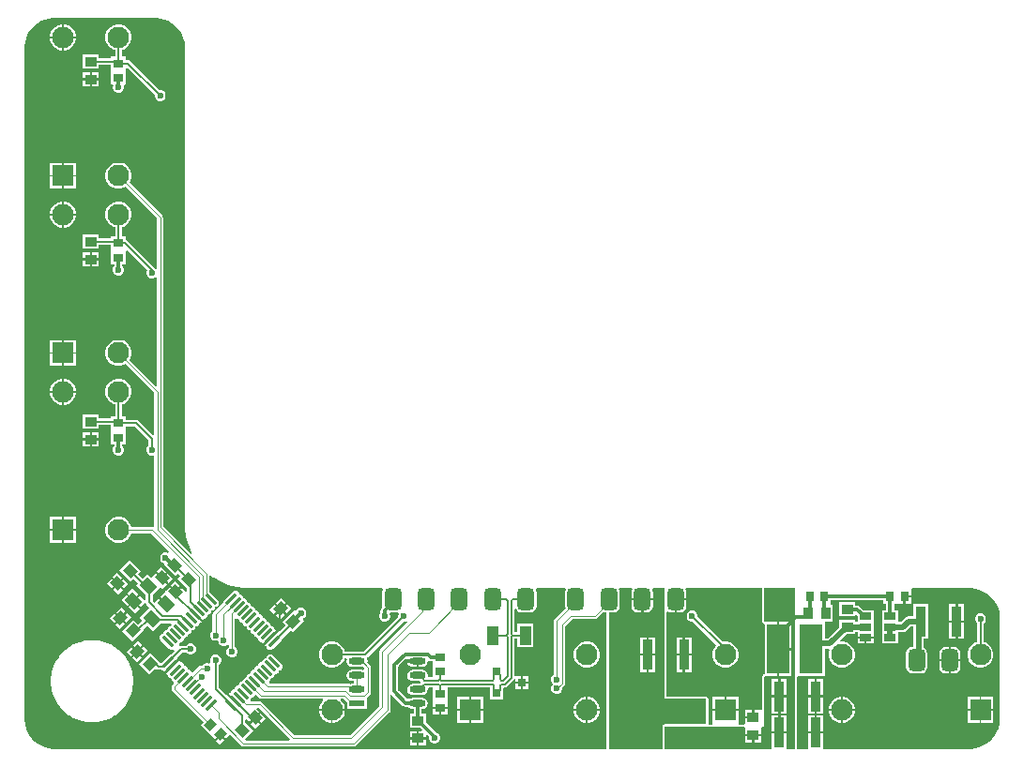
<source format=gbl>
G04*
G04 #@! TF.GenerationSoftware,Altium Limited,Altium Designer,23.3.1 (30)*
G04*
G04 Layer_Physical_Order=2*
G04 Layer_Color=16711680*
%FSLAX44Y44*%
%MOMM*%
G71*
G04*
G04 #@! TF.SameCoordinates,4661E280-467E-44DE-AC99-BDCEDC59311E*
G04*
G04*
G04 #@! TF.FilePolarity,Positive*
G04*
G01*
G75*
%ADD11C,0.2000*%
%ADD13R,0.8000X0.9500*%
%ADD14R,0.9500X0.8000*%
%ADD15R,1.0500X0.9000*%
%ADD19R,0.9000X1.0500*%
%ADD26C,0.3000*%
%ADD27C,0.1250*%
%ADD28C,1.9500*%
%ADD29R,1.9500X1.9500*%
%ADD30R,1.9500X1.9500*%
%ADD31C,0.6000*%
%ADD32R,0.7620X0.7620*%
%ADD33R,1.0500X1.7200*%
G04:AMPARAMS|DCode=34|XSize=1.05mm|YSize=0.9mm|CornerRadius=0mm|HoleSize=0mm|Usage=FLASHONLY|Rotation=315.000|XOffset=0mm|YOffset=0mm|HoleType=Round|Shape=Rectangle|*
%AMROTATEDRECTD34*
4,1,4,-0.6894,0.0530,-0.0530,0.6894,0.6894,-0.0530,0.0530,-0.6894,-0.6894,0.0530,0.0*
%
%ADD34ROTATEDRECTD34*%

%ADD35R,0.9542X2.7062*%
%ADD36O,1.4500X0.6000*%
%ADD37R,1.4500X0.6000*%
%ADD38R,2.1500X0.9000*%
%ADD39R,2.1500X3.2500*%
G04:AMPARAMS|DCode=40|XSize=0.29mm|YSize=1.4mm|CornerRadius=0mm|HoleSize=0mm|Usage=FLASHONLY|Rotation=225.000|XOffset=0mm|YOffset=0mm|HoleType=Round|Shape=Round|*
%AMOVALD40*
21,1,1.1100,0.2900,0.0000,0.0000,315.0*
1,1,0.2900,-0.3925,0.3925*
1,1,0.2900,0.3925,-0.3925*
%
%ADD40OVALD40*%

G04:AMPARAMS|DCode=41|XSize=0.29mm|YSize=1.4mm|CornerRadius=0mm|HoleSize=0mm|Usage=FLASHONLY|Rotation=315.000|XOffset=0mm|YOffset=0mm|HoleType=Round|Shape=Round|*
%AMOVALD41*
21,1,1.1100,0.2900,0.0000,0.0000,45.0*
1,1,0.2900,-0.3925,-0.3925*
1,1,0.2900,0.3925,0.3925*
%
%ADD41OVALD41*%

G04:AMPARAMS|DCode=42|XSize=1.5mm|YSize=2mm|CornerRadius=0.375mm|HoleSize=0mm|Usage=FLASHONLY|Rotation=0.000|XOffset=0mm|YOffset=0mm|HoleType=Round|Shape=RoundedRectangle|*
%AMROUNDEDRECTD42*
21,1,1.5000,1.2500,0,0,0.0*
21,1,0.7500,2.0000,0,0,0.0*
1,1,0.7500,0.3750,-0.6250*
1,1,0.7500,-0.3750,-0.6250*
1,1,0.7500,-0.3750,0.6250*
1,1,0.7500,0.3750,0.6250*
%
%ADD42ROUNDEDRECTD42*%
G04:AMPARAMS|DCode=43|XSize=1.05mm|YSize=1.3mm|CornerRadius=0mm|HoleSize=0mm|Usage=FLASHONLY|Rotation=225.000|XOffset=0mm|YOffset=0mm|HoleType=Round|Shape=Rectangle|*
%AMROTATEDRECTD43*
4,1,4,-0.0884,0.8309,0.8309,-0.0884,0.0884,-0.8309,-0.8309,0.0884,-0.0884,0.8309,0.0*
%
%ADD43ROTATEDRECTD43*%

G04:AMPARAMS|DCode=44|XSize=0.95mm|YSize=0.8mm|CornerRadius=0mm|HoleSize=0mm|Usage=FLASHONLY|Rotation=45.000|XOffset=0mm|YOffset=0mm|HoleType=Round|Shape=Rectangle|*
%AMROTATEDRECTD44*
4,1,4,-0.0530,-0.6187,-0.6187,-0.0530,0.0530,0.6187,0.6187,0.0530,-0.0530,-0.6187,0.0*
%
%ADD44ROTATEDRECTD44*%

%ADD45R,2.0000X4.5000*%
%ADD46R,1.0000X0.7000*%
G04:AMPARAMS|DCode=47|XSize=1.05mm|YSize=0.9mm|CornerRadius=0mm|HoleSize=0mm|Usage=FLASHONLY|Rotation=225.000|XOffset=0mm|YOffset=0mm|HoleType=Round|Shape=Rectangle|*
%AMROTATEDRECTD47*
4,1,4,0.0530,0.6894,0.6894,0.0530,-0.0530,-0.6894,-0.6894,-0.0530,0.0530,0.6894,0.0*
%
%ADD47ROTATEDRECTD47*%

%ADD48C,0.5000*%
G36*
X120063Y662515D02*
X121863D01*
X125430Y662045D01*
X128906Y661114D01*
X132231Y659736D01*
X135347Y657937D01*
X138202Y655747D01*
X140747Y653202D01*
X142937Y650347D01*
X144736Y647231D01*
X146114Y643906D01*
X147045Y640430D01*
X147515Y636863D01*
X147515Y635064D01*
Y205063D01*
X147523Y205022D01*
X147516Y204980D01*
X147634Y201383D01*
X147662Y201260D01*
X147654Y201134D01*
X148593Y194001D01*
X148647Y193842D01*
X148658Y193674D01*
X150520Y186725D01*
X150595Y186574D01*
X150627Y186409D01*
X153381Y179762D01*
X153474Y179622D01*
X153528Y179463D01*
X152563Y178722D01*
X127676Y203609D01*
Y482500D01*
X127676Y482500D01*
X127473Y483524D01*
X126892Y484393D01*
X126892Y484393D01*
X97487Y513798D01*
X98449Y515465D01*
X99250Y518453D01*
Y521547D01*
X98449Y524535D01*
X96902Y527215D01*
X94715Y529402D01*
X92035Y530949D01*
X89047Y531750D01*
X85953D01*
X82965Y530949D01*
X80285Y529402D01*
X78098Y527215D01*
X76551Y524535D01*
X75750Y521547D01*
Y518453D01*
X76551Y515465D01*
X78098Y512785D01*
X80285Y510598D01*
X82965Y509051D01*
X85953Y508250D01*
X89047D01*
X92035Y509051D01*
X93702Y510013D01*
X122324Y481391D01*
Y436544D01*
X121054Y436017D01*
X120332Y436739D01*
X119914Y436912D01*
X95663Y461163D01*
X94670Y461826D01*
X94250Y461910D01*
Y465000D01*
X90559D01*
Y473655D01*
X92035Y474051D01*
X94715Y475598D01*
X96902Y477785D01*
X98449Y480465D01*
X99250Y483453D01*
Y486547D01*
X98449Y489535D01*
X96902Y492215D01*
X94715Y494402D01*
X92035Y495949D01*
X89047Y496750D01*
X85953D01*
X82965Y495949D01*
X80285Y494402D01*
X78098Y492215D01*
X76551Y489535D01*
X75750Y486547D01*
Y483453D01*
X76551Y480465D01*
X78098Y477785D01*
X80285Y475598D01*
X82965Y474051D01*
X84441Y473655D01*
Y465000D01*
X80750D01*
Y463559D01*
X69750D01*
Y467000D01*
X55250D01*
Y454000D01*
X69750D01*
Y457441D01*
X80750D01*
Y453270D01*
X80750Y453000D01*
Y452000D01*
X80750Y451730D01*
Y440000D01*
X83931D01*
Y438503D01*
X83261Y437832D01*
X82500Y435995D01*
Y434005D01*
X83261Y432168D01*
X84668Y430761D01*
X86505Y430000D01*
X88495D01*
X90332Y430761D01*
X91739Y432168D01*
X92500Y434005D01*
Y435995D01*
X91739Y437832D01*
X91069Y438503D01*
Y440000D01*
X94250D01*
Y451730D01*
X94250Y452128D01*
X95520Y452654D01*
X113138Y435036D01*
X112500Y433495D01*
Y431505D01*
X113261Y429668D01*
X114668Y428261D01*
X116505Y427500D01*
X118495D01*
X120332Y428261D01*
X121054Y428983D01*
X122324Y428456D01*
Y330621D01*
X121150Y330135D01*
X97487Y353798D01*
X98449Y355465D01*
X99250Y358453D01*
Y361547D01*
X98449Y364535D01*
X96902Y367215D01*
X94715Y369402D01*
X92035Y370949D01*
X89047Y371750D01*
X85953D01*
X82965Y370949D01*
X80285Y369402D01*
X78098Y367215D01*
X76551Y364535D01*
X75750Y361547D01*
Y358453D01*
X76551Y355465D01*
X78098Y352785D01*
X80285Y350598D01*
X82965Y349051D01*
X85953Y348250D01*
X89047D01*
X92035Y349051D01*
X93702Y350013D01*
X119824Y323891D01*
Y286298D01*
X118554Y285772D01*
X105663Y298663D01*
X104670Y299326D01*
X103500Y299559D01*
X103500Y299559D01*
X94250D01*
Y302500D01*
X90559D01*
Y313655D01*
X92035Y314051D01*
X94715Y315598D01*
X96902Y317785D01*
X98449Y320465D01*
X99250Y323453D01*
Y326547D01*
X98449Y329535D01*
X96902Y332215D01*
X94715Y334402D01*
X92035Y335949D01*
X89047Y336750D01*
X85953D01*
X82965Y335949D01*
X80285Y334402D01*
X78098Y332215D01*
X76551Y329535D01*
X75750Y326547D01*
Y323453D01*
X76551Y320465D01*
X78098Y317785D01*
X80285Y315598D01*
X82965Y314051D01*
X84441Y313655D01*
Y302500D01*
X80750D01*
Y301059D01*
X69750D01*
Y304500D01*
X55250D01*
Y291500D01*
X69750D01*
Y294941D01*
X80750D01*
Y290770D01*
X80750Y290500D01*
Y289500D01*
X80750Y289230D01*
Y277500D01*
X83931D01*
Y276003D01*
X83261Y275332D01*
X82500Y273495D01*
Y271505D01*
X83261Y269668D01*
X84668Y268261D01*
X86505Y267500D01*
X88495D01*
X90332Y268261D01*
X91739Y269668D01*
X92500Y271505D01*
Y273495D01*
X91739Y275332D01*
X91069Y276003D01*
Y277500D01*
X94250D01*
Y289230D01*
X94250Y289500D01*
Y290500D01*
X94250Y290770D01*
Y293441D01*
X102233D01*
X114441Y281233D01*
Y276512D01*
X113261Y275332D01*
X112500Y273495D01*
Y271505D01*
X113261Y269668D01*
X114668Y268261D01*
X116505Y267500D01*
X118495D01*
X118768Y267613D01*
X119824Y266908D01*
Y203132D01*
X118554Y202453D01*
X118524Y202473D01*
X117500Y202677D01*
X117500Y202676D01*
X98947D01*
X98449Y204535D01*
X96902Y207215D01*
X94715Y209402D01*
X92035Y210949D01*
X89047Y211750D01*
X85953D01*
X82965Y210949D01*
X80285Y209402D01*
X78098Y207215D01*
X76551Y204535D01*
X75750Y201547D01*
Y198453D01*
X76551Y195465D01*
X78098Y192785D01*
X80285Y190598D01*
X82965Y189051D01*
X85953Y188250D01*
X89047D01*
X92035Y189051D01*
X94715Y190598D01*
X96902Y192785D01*
X98449Y195465D01*
X98947Y197324D01*
X116391D01*
X133292Y180423D01*
X132572Y179346D01*
X130995Y180000D01*
X129005D01*
X127168Y179239D01*
X125761Y177832D01*
X125000Y175995D01*
Y174005D01*
X125761Y172168D01*
X127168Y170761D01*
X128260Y170309D01*
X128574Y168827D01*
X128434Y168687D01*
X138687Y158434D01*
X141120Y160867D01*
X143367Y158621D01*
X140934Y156187D01*
X149441Y147680D01*
Y145233D01*
X148171Y144707D01*
X144646Y148232D01*
X140050Y143636D01*
X139343Y144343D01*
X138636Y143636D01*
X133510Y148763D01*
X130078Y145331D01*
X129620Y144874D01*
X129240Y143761D01*
X125278Y139799D01*
X131289Y133789D01*
X129874Y132374D01*
X123864Y138385D01*
X119902Y134423D01*
X118261Y136065D01*
Y141267D01*
X124846Y147852D01*
X125455Y148461D01*
X126522Y147972D01*
X127374Y147120D01*
X131263Y151010D01*
X126136Y156136D01*
X121010Y161263D01*
X117730Y157983D01*
X117120Y157374D01*
X116053Y157863D01*
X113434Y160482D01*
X109296Y156344D01*
X105446Y160193D01*
X107879Y162626D01*
X97626Y172880D01*
X88434Y163687D01*
X98687Y153434D01*
X101121Y155867D01*
X104970Y152018D01*
X103181Y150229D01*
X112143Y141267D01*
Y137269D01*
X110970Y136783D01*
X107070Y140683D01*
X102651Y136264D01*
X107954Y130960D01*
X111005Y134011D01*
X112375Y133628D01*
X112393Y133603D01*
X113039Y132635D01*
X115577Y130098D01*
X106363Y120884D01*
X108961Y118286D01*
X105464Y114789D01*
X101187Y119066D01*
X90934Y108813D01*
X100126Y99621D01*
X110379Y109874D01*
X109789Y110464D01*
X113286Y113961D01*
X118384Y108863D01*
X125578Y116057D01*
X134598D01*
X135251Y114865D01*
X134825Y113658D01*
X133717Y113438D01*
X132576Y112675D01*
X131814Y111534D01*
X131546Y110188D01*
X131528Y110170D01*
X130182Y109902D01*
X129040Y109140D01*
X128278Y107999D01*
X128010Y106652D01*
X127992Y106634D01*
X126646Y106367D01*
X125505Y105604D01*
X124742Y104463D01*
X124475Y103117D01*
X124742Y101771D01*
X125505Y100630D01*
X133354Y92781D01*
X134495Y92018D01*
X135841Y91750D01*
X136960Y91973D01*
X137506Y91350D01*
X137709Y90926D01*
X134832Y88049D01*
X134495Y87982D01*
X133354Y87219D01*
X126147Y80013D01*
X125240D01*
X116187Y89066D01*
X105934Y78813D01*
X115126Y69620D01*
X120041Y74535D01*
X121187Y74791D01*
X122179Y74128D01*
X123350Y73895D01*
X126254D01*
X126646Y73633D01*
X127992Y73366D01*
X128010Y73348D01*
X128278Y72002D01*
X128474Y71708D01*
X134745Y77979D01*
X141223Y84458D01*
X141019Y85584D01*
X144876Y89441D01*
X148488D01*
X149668Y88261D01*
X151505Y87500D01*
X153495D01*
X155332Y88261D01*
X156739Y89668D01*
X157500Y91505D01*
Y93495D01*
X156739Y95332D01*
X155332Y96739D01*
X153495Y97500D01*
X151505D01*
X149668Y96739D01*
X148488Y95559D01*
X143609D01*
X143609Y95559D01*
X142640Y95366D01*
X142158Y95956D01*
X142115Y96031D01*
X141935Y96422D01*
X142626Y97457D01*
X142894Y98803D01*
X142912Y98821D01*
X144258Y99089D01*
X145400Y99852D01*
X146162Y100993D01*
X146430Y102339D01*
X146448Y102357D01*
X147794Y102625D01*
X148935Y103387D01*
X149698Y104528D01*
X149965Y105875D01*
X149983Y105892D01*
X151329Y106160D01*
X152471Y106923D01*
X153233Y108064D01*
X153501Y109410D01*
X153519Y109428D01*
X154865Y109696D01*
X156006Y110458D01*
X156769Y111600D01*
X157036Y112946D01*
X157054Y112964D01*
X158400Y113231D01*
X159542Y113994D01*
X160304Y115135D01*
X160572Y116481D01*
X160590Y116499D01*
X161936Y116767D01*
X162229Y116963D01*
X155958Y123234D01*
X157373Y124648D01*
X163644Y118377D01*
X163840Y118671D01*
X164107Y120017D01*
X164125Y120035D01*
X165472Y120302D01*
X166613Y121065D01*
X167375Y122206D01*
X167643Y123552D01*
X167661Y123570D01*
X169007Y123838D01*
X170148Y124600D01*
X170911Y125742D01*
X171179Y127088D01*
X171197Y127106D01*
X172543Y127374D01*
X173684Y128136D01*
X174446Y129277D01*
X174714Y130623D01*
X174732Y130641D01*
X176078Y130909D01*
X177219Y131671D01*
X177982Y132813D01*
X178250Y134159D01*
X177982Y135505D01*
X177219Y136646D01*
X169560Y144306D01*
Y158481D01*
X170699Y159042D01*
X172955Y157310D01*
X173106Y157236D01*
X173233Y157125D01*
X179463Y153528D01*
X179622Y153474D01*
X179762Y153381D01*
X186409Y150627D01*
X186574Y150595D01*
X186725Y150520D01*
X193674Y148658D01*
X193842Y148647D01*
X194001Y148593D01*
X201134Y147654D01*
X201260Y147662D01*
X201383Y147634D01*
X204980Y147516D01*
X205022Y147523D01*
X205063Y147515D01*
X325503D01*
X326102Y146395D01*
X325834Y145993D01*
X325387Y143750D01*
Y131250D01*
X325543Y130468D01*
X324841Y129766D01*
X324067Y128608D01*
X323795Y127243D01*
Y125866D01*
X323261Y125332D01*
X322500Y123495D01*
Y121505D01*
X323261Y119668D01*
X324668Y118261D01*
X326505Y117500D01*
X328495D01*
X330332Y118261D01*
X331739Y119668D01*
X332500Y121505D01*
Y123495D01*
X332242Y124117D01*
X333091Y125387D01*
X338750D01*
X339469Y125530D01*
X340382Y124417D01*
X340000Y123495D01*
Y121826D01*
X308733Y90559D01*
X291345D01*
X290949Y92035D01*
X289402Y94715D01*
X287215Y96902D01*
X284535Y98449D01*
X281547Y99250D01*
X278453D01*
X275465Y98449D01*
X272785Y96902D01*
X270598Y94715D01*
X269051Y92035D01*
X268250Y89047D01*
Y85953D01*
X269051Y82965D01*
X270598Y80285D01*
X272785Y78098D01*
X275465Y76551D01*
X278453Y75750D01*
X281547D01*
X284535Y76551D01*
X287215Y78098D01*
X289402Y80285D01*
X290949Y82965D01*
X291345Y84441D01*
X293007D01*
X293724Y83171D01*
X293402Y81550D01*
X293790Y79599D01*
X294895Y77945D01*
X296549Y76840D01*
X298500Y76452D01*
X307000D01*
X308095Y76670D01*
X309487Y75278D01*
X309404Y74599D01*
X308083Y73732D01*
X307000Y73948D01*
X298500D01*
X296549Y73560D01*
X294895Y72455D01*
X293790Y70801D01*
X293402Y68850D01*
X293790Y66899D01*
X294895Y65245D01*
X296549Y64140D01*
X298500Y63752D01*
X300074D01*
Y61248D01*
X298500D01*
X296667Y60883D01*
X296017Y61318D01*
X294993Y61522D01*
X294993Y61522D01*
X223889D01*
X223440Y62104D01*
X223718Y63675D01*
X223888Y63789D01*
X224651Y64931D01*
X224919Y66276D01*
X224937Y66294D01*
X226283Y66562D01*
X227424Y67325D01*
X228186Y68466D01*
X228454Y69812D01*
X228472Y69830D01*
X229818Y70098D01*
X230959Y70860D01*
X231722Y72002D01*
X231990Y73348D01*
X232008Y73366D01*
X233354Y73633D01*
X234495Y74396D01*
X235257Y75537D01*
X235525Y76883D01*
X235257Y78229D01*
X234495Y79370D01*
X226646Y87219D01*
X225505Y87982D01*
X224159Y88250D01*
X222813Y87982D01*
X221672Y87219D01*
X220909Y86078D01*
X220641Y84732D01*
X220623Y84714D01*
X219277Y84446D01*
X218136Y83684D01*
X217374Y82543D01*
X217106Y81197D01*
X217088Y81179D01*
X215742Y80911D01*
X214601Y80148D01*
X213838Y79007D01*
X213570Y77661D01*
X213552Y77643D01*
X212206Y77375D01*
X211065Y76613D01*
X210302Y75472D01*
X210035Y74125D01*
X210017Y74107D01*
X208671Y73840D01*
X207529Y73077D01*
X206767Y71936D01*
X206499Y70590D01*
X206481Y70572D01*
X205135Y70304D01*
X203994Y69542D01*
X203231Y68401D01*
X202964Y67054D01*
X202946Y67036D01*
X201600Y66769D01*
X200458Y66006D01*
X199696Y64865D01*
X199428Y63519D01*
X199410Y63501D01*
X198064Y63233D01*
X196923Y62471D01*
X196160Y61329D01*
X195893Y59983D01*
X195875Y59965D01*
X194528Y59698D01*
X193387Y58935D01*
X192625Y57794D01*
X192357Y56448D01*
X192339Y56430D01*
X190993Y56162D01*
X189852Y55400D01*
X189089Y54258D01*
X188821Y52912D01*
X188803Y52894D01*
X187457Y52627D01*
X187164Y52431D01*
X193435Y46159D01*
X192021Y44745D01*
X185543Y51223D01*
X184416Y51019D01*
X178059Y57376D01*
Y78488D01*
X179239Y79668D01*
X180000Y81505D01*
Y83495D01*
X179239Y85332D01*
X177832Y86739D01*
X175995Y87500D01*
X174005D01*
X172168Y86739D01*
X170761Y85332D01*
X170000Y83495D01*
Y81505D01*
X170377Y80595D01*
X169405Y79623D01*
X168495Y80000D01*
X166505D01*
X164668Y79239D01*
X163261Y77832D01*
X163197Y77676D01*
X161465D01*
X160440Y77473D01*
X159572Y76892D01*
X159572Y76892D01*
X154460Y71781D01*
X153067Y72184D01*
X152471Y73077D01*
X151329Y73840D01*
X149983Y74107D01*
X149965Y74125D01*
X149698Y75472D01*
X148935Y76613D01*
X147794Y77375D01*
X146448Y77643D01*
X146430Y77661D01*
X146162Y79007D01*
X145400Y80148D01*
X144258Y80911D01*
X142912Y81179D01*
X142894Y81197D01*
X142626Y82543D01*
X142430Y82836D01*
X136159Y76565D01*
X129888Y70294D01*
X130182Y70098D01*
X131528Y69830D01*
X131546Y69812D01*
X131814Y68466D01*
X132576Y67325D01*
X133717Y66562D01*
X135063Y66294D01*
X135081Y66276D01*
X135349Y64931D01*
X136112Y63789D01*
X137005Y63193D01*
X137408Y61800D01*
X136547Y60939D01*
X135967Y60070D01*
X135763Y59046D01*
X135763Y59046D01*
Y56561D01*
X135763Y56561D01*
X135967Y55536D01*
X136547Y54668D01*
X164269Y26946D01*
X161388Y24066D01*
X169874Y15581D01*
X170581Y14873D01*
X174116Y11338D01*
X178889Y16111D01*
X179596Y15404D01*
X180303Y16111D01*
X184546Y11868D01*
X188196Y15519D01*
X198107Y5608D01*
X198107Y5608D01*
X198976Y5027D01*
X200000Y4824D01*
X300000D01*
X300000Y4824D01*
X301024Y5027D01*
X301893Y5608D01*
X331893Y35607D01*
X331893Y35608D01*
X332473Y36476D01*
X332676Y37500D01*
Y51163D01*
X333946Y51690D01*
X344135Y41501D01*
X345293Y40727D01*
X346659Y40455D01*
X348987D01*
X349395Y39845D01*
X351049Y38740D01*
X353000Y38352D01*
X353681D01*
Y34500D01*
X350250D01*
Y21500D01*
X359703D01*
X361530Y19673D01*
X361044Y18500D01*
X358500D01*
Y13000D01*
X364750D01*
Y14794D01*
X365923Y15280D01*
X367561Y13642D01*
X367500Y13495D01*
Y11505D01*
X368261Y9668D01*
X369668Y8261D01*
X371505Y7500D01*
X373495D01*
X375332Y8261D01*
X376739Y9668D01*
X377500Y11505D01*
Y13495D01*
X376739Y15332D01*
X375332Y16739D01*
X374010Y17286D01*
X364750Y26547D01*
Y34500D01*
X360819D01*
Y38352D01*
X361500D01*
X363451Y38740D01*
X365105Y39845D01*
X366210Y41499D01*
X366598Y43450D01*
X366210Y45401D01*
X365105Y47055D01*
X363451Y48160D01*
X361500Y48548D01*
X353000D01*
X351049Y48160D01*
X350200Y47593D01*
X348137D01*
X339569Y56161D01*
Y76593D01*
X346665Y83689D01*
X348144Y83372D01*
X348232Y83211D01*
X348101Y82550D01*
X357250D01*
Y81550D01*
X358250D01*
Y76452D01*
X361500D01*
X363451Y76840D01*
X365105Y77945D01*
X366210Y79599D01*
X366598Y81550D01*
X366563Y81726D01*
X367706Y82489D01*
X368134Y82203D01*
X369500Y81931D01*
X370750D01*
Y79500D01*
X370750D01*
Y78500D01*
X370750D01*
Y67184D01*
X367267D01*
X366462Y68165D01*
X366598Y68850D01*
X366210Y70801D01*
X365105Y72455D01*
X363451Y73560D01*
X361500Y73948D01*
X353000D01*
X351049Y73560D01*
X349395Y72455D01*
X348290Y70801D01*
X347902Y68850D01*
X348290Y66899D01*
X349395Y65245D01*
X351049Y64140D01*
X353000Y63752D01*
X359253D01*
X360268Y62675D01*
Y61865D01*
X360103Y61700D01*
X359800Y61248D01*
X353000D01*
X351049Y60860D01*
X349395Y59755D01*
X348290Y58101D01*
X347902Y56150D01*
X348290Y54199D01*
X349395Y52545D01*
X351049Y51440D01*
X353000Y51052D01*
X361500D01*
X363451Y51440D01*
X365105Y52545D01*
X366210Y54199D01*
X366598Y56150D01*
X366462Y56835D01*
X367267Y57816D01*
X370750D01*
Y46770D01*
X370750Y46500D01*
Y45500D01*
X370750Y45230D01*
Y40500D01*
X384250D01*
Y45230D01*
X384250Y45500D01*
Y46500D01*
X384250Y46770D01*
Y57816D01*
X402834D01*
X402834Y57816D01*
X402960Y57841D01*
X422940D01*
Y47190D01*
X434560D01*
Y55514D01*
X434619Y55810D01*
Y57436D01*
X435735Y57841D01*
X436905Y58074D01*
X437897Y58737D01*
X443788Y64627D01*
X443788Y64627D01*
X444451Y65620D01*
X444530Y66017D01*
X445800Y65892D01*
Y63525D01*
X450610D01*
Y68335D01*
X445954D01*
X445800Y68335D01*
X444684Y68706D01*
Y101941D01*
X447350D01*
Y94400D01*
X461850D01*
Y115600D01*
X447350D01*
Y108059D01*
X444684D01*
Y128615D01*
X445213Y128795D01*
X445954Y128827D01*
X447104Y127105D01*
X449007Y125834D01*
X451250Y125387D01*
X458750D01*
X460993Y125834D01*
X462896Y127105D01*
X464166Y129007D01*
X464613Y131250D01*
Y143750D01*
X464166Y145993D01*
X463898Y146395D01*
X464497Y147515D01*
X490503D01*
X491102Y146395D01*
X490834Y145993D01*
X490387Y143750D01*
Y131250D01*
X490732Y129517D01*
X481107Y119893D01*
X480527Y119024D01*
X480324Y118000D01*
X480324Y118000D01*
Y69303D01*
X480168Y69239D01*
X478761Y67832D01*
X478000Y65995D01*
Y64005D01*
X478761Y62168D01*
X479929Y61000D01*
X478761Y59832D01*
X478000Y57994D01*
Y56005D01*
X478761Y54168D01*
X480168Y52761D01*
X482005Y52000D01*
X483995D01*
X485832Y52761D01*
X487239Y54168D01*
X488000Y56005D01*
Y57994D01*
X487935Y58150D01*
X489767Y59983D01*
X490348Y60851D01*
X490551Y61875D01*
X490551Y61875D01*
Y113516D01*
X496859Y119824D01*
X517500D01*
X517500Y119824D01*
X518524Y120027D01*
X519393Y120608D01*
X524517Y125732D01*
X526250Y125387D01*
X527961D01*
X527961Y95000D01*
X527961Y2612D01*
X526691Y2612D01*
X30064Y2612D01*
X28264D01*
X24697Y3082D01*
X21221Y4013D01*
X17896Y5390D01*
X14780Y7190D01*
X11925Y9380D01*
X9380Y11925D01*
X7190Y14780D01*
X5390Y17896D01*
X4013Y21221D01*
X3082Y24697D01*
X2612Y28264D01*
X2612Y30064D01*
X2612Y635064D01*
Y636863D01*
X3082Y640430D01*
X4013Y643906D01*
X5390Y647231D01*
X7190Y650347D01*
X9380Y653202D01*
X11925Y655747D01*
X14780Y657937D01*
X17896Y659736D01*
X21221Y661114D01*
X24697Y662045D01*
X28264Y662515D01*
X30064Y662515D01*
X120063Y662515D01*
D02*
G37*
G36*
X855063Y147515D02*
X856863D01*
X860431Y147045D01*
X863906Y146114D01*
X867231Y144736D01*
X870347Y142937D01*
X873202Y140747D01*
X875747Y138202D01*
X877937Y135347D01*
X879736Y132231D01*
X881114Y128906D01*
X882045Y125430D01*
X882515Y121863D01*
X882515Y120063D01*
X882515Y30064D01*
Y28264D01*
X882045Y24696D01*
X881114Y21221D01*
X879736Y17896D01*
X877937Y14780D01*
X875747Y11925D01*
X873202Y9380D01*
X870347Y7190D01*
X867231Y5390D01*
X863906Y4013D01*
X860431Y3082D01*
X856863Y2612D01*
X855063D01*
X723021D01*
Y16500D01*
X716250D01*
X709479D01*
Y2612D01*
X700809D01*
X699539Y2612D01*
Y67253D01*
X700500Y68000D01*
X700809Y68000D01*
X724500D01*
Y92912D01*
X728090D01*
X728401Y92629D01*
X728945Y91642D01*
X728250Y89047D01*
Y85953D01*
X729051Y82965D01*
X730598Y80285D01*
X732785Y78098D01*
X735465Y76551D01*
X738453Y75750D01*
X741547D01*
X744535Y76551D01*
X747215Y78098D01*
X749402Y80285D01*
X750949Y82965D01*
X751750Y85953D01*
Y89047D01*
X750949Y92035D01*
X749402Y94715D01*
X747215Y96902D01*
X744535Y98449D01*
X741547Y99250D01*
X739285D01*
X738759Y100520D01*
X744239Y106000D01*
X752250D01*
Y107912D01*
X754500D01*
Y104000D01*
X761500D01*
X768500D01*
Y107000D01*
Y116500D01*
Y127500D01*
X759547D01*
X756023Y131023D01*
X754866Y131797D01*
X753500Y132069D01*
X752250D01*
Y135000D01*
X737750D01*
Y122000D01*
X752250D01*
Y123044D01*
X753423Y123530D01*
X754500Y122453D01*
Y117088D01*
X752250D01*
Y119000D01*
X737750D01*
Y112489D01*
X727349Y102088D01*
X724500D01*
Y116480D01*
X724500Y117000D01*
X725459Y117750D01*
X732000D01*
Y132250D01*
X730652D01*
X730000Y133250D01*
Y136431D01*
X777500D01*
Y133250D01*
X779931D01*
Y127500D01*
X776500D01*
Y116500D01*
Y107000D01*
Y97500D01*
X790500D01*
Y107912D01*
X795000D01*
X796756Y108261D01*
X798244Y109256D01*
X801900Y112912D01*
X804479D01*
Y101969D01*
X804787D01*
Y94613D01*
X803750D01*
X801507Y94166D01*
X799604Y92895D01*
X798334Y90993D01*
X797887Y88750D01*
Y76250D01*
X798334Y74007D01*
X799604Y72105D01*
X801507Y70834D01*
X803750Y70387D01*
X811250D01*
X813493Y70834D01*
X815396Y72105D01*
X816666Y74007D01*
X817113Y76250D01*
Y88750D01*
X816666Y90993D01*
X815396Y92895D01*
X813963Y93853D01*
Y101969D01*
X818021D01*
Y133031D01*
X804479D01*
Y122088D01*
X800000D01*
X798244Y121739D01*
X796756Y120744D01*
X793100Y117088D01*
X790500D01*
Y127500D01*
X787069D01*
Y133250D01*
X789230D01*
X789500Y133250D01*
X790500D01*
X790770Y133250D01*
X795500D01*
Y140000D01*
X796500D01*
Y141000D01*
X802500D01*
Y146245D01*
X803453Y147515D01*
X855063D01*
D02*
G37*
G36*
X667949D02*
X667961Y147500D01*
Y118063D01*
X667970Y118015D01*
X667963Y117967D01*
X668048Y117627D01*
X668116Y117282D01*
X668143Y117242D01*
X668155Y117195D01*
X668655Y116132D01*
X668863Y115850D01*
X669058Y115558D01*
X669099Y115531D01*
X669128Y115492D01*
X669428Y115311D01*
X669720Y115116D01*
X669767Y115107D01*
X669809Y115081D01*
X670156Y115029D01*
X670500Y114961D01*
Y70039D01*
X670156Y69971D01*
X669809Y69918D01*
X669767Y69893D01*
X669720Y69884D01*
X669428Y69689D01*
X669128Y69508D01*
X669099Y69469D01*
X669058Y69442D01*
X668863Y69150D01*
X668655Y68868D01*
X668155Y67805D01*
X668143Y67758D01*
X668116Y67717D01*
X668048Y67373D01*
X667963Y67033D01*
X667970Y66985D01*
X667961Y66937D01*
Y38476D01*
X667250Y37500D01*
D01*
Y37500D01*
X661000D01*
Y31000D01*
X660000D01*
Y30000D01*
X652750D01*
Y25000D01*
X652378D01*
X652098Y24539D01*
X651591Y24539D01*
X646893D01*
X646750Y25750D01*
D01*
D01*
Y25757D01*
X646750Y25809D01*
Y26270D01*
Y36750D01*
X635000D01*
X623250D01*
Y25809D01*
X623250Y25757D01*
Y25750D01*
D01*
D01*
X623107Y24539D01*
X619917D01*
X619539Y25000D01*
X619539D01*
Y25000D01*
Y47500D01*
X619384Y48280D01*
X618942Y48942D01*
X618280Y49384D01*
X617500Y49539D01*
X582039D01*
X582039Y125621D01*
X583309Y126300D01*
X583620Y126092D01*
D01*
X584007Y125834D01*
X586250Y125387D01*
X589000D01*
Y137500D01*
X590000D01*
Y138500D01*
X599613D01*
Y143750D01*
X599166Y145993D01*
X598898Y146395D01*
X599497Y147515D01*
X667949D01*
D02*
G37*
G36*
X348292Y117077D02*
X323107Y91892D01*
X322527Y91024D01*
X322324Y90000D01*
X322324Y90000D01*
Y41109D01*
X296391Y15176D01*
X246109D01*
X216893Y44392D01*
X216024Y44973D01*
X215000Y45176D01*
X215000Y45176D01*
X206997D01*
X206861Y45339D01*
X206434Y46446D01*
X206973Y47253D01*
X207241Y48599D01*
X207259Y48617D01*
X208605Y48885D01*
X209746Y49647D01*
X210343Y50540D01*
X211736Y50943D01*
X214226Y48453D01*
X214227Y48453D01*
X215095Y47873D01*
X216119Y47669D01*
X216119Y47669D01*
X271756D01*
X272282Y46399D01*
X270598Y44715D01*
X269051Y42035D01*
X268250Y39047D01*
Y38250D01*
X280000D01*
X291750D01*
Y39047D01*
X290949Y42035D01*
X289402Y44715D01*
X287718Y46399D01*
X288244Y47669D01*
X290496D01*
X293500Y44665D01*
Y38450D01*
X312000D01*
Y48450D01*
X312000Y48450D01*
X312000D01*
X312000Y48450D01*
X312344Y49577D01*
X314642Y51876D01*
X314643Y51876D01*
X315223Y52744D01*
X315426Y53768D01*
X315426Y53768D01*
Y75800D01*
X315426Y75800D01*
X315223Y76824D01*
X314643Y77692D01*
X314642Y77693D01*
X311880Y80455D01*
X312098Y81550D01*
X311710Y83501D01*
X311660Y83575D01*
X312057Y85267D01*
X312163Y85337D01*
X344326Y117500D01*
X345995D01*
X347573Y118154D01*
X348292Y117077D01*
D02*
G37*
G36*
X242269Y11446D02*
X241742Y10176D01*
X202225D01*
X201700Y11446D01*
X209066Y18813D01*
X201872Y26007D01*
Y28590D01*
X203045Y29076D01*
X205354Y26768D01*
X209950Y31364D01*
X214546Y35960D01*
X211856Y38650D01*
X212342Y39824D01*
X213891D01*
X242269Y11446D01*
D02*
G37*
G36*
X697500Y2612D02*
X690521D01*
Y16500D01*
X683750D01*
X676979D01*
Y2612D01*
X580000D01*
Y22500D01*
X652098D01*
X652750Y21500D01*
X652750Y21230D01*
Y16000D01*
X660000D01*
X667250D01*
Y21230D01*
X667250Y21500D01*
X667902Y22500D01*
X670000D01*
Y66937D01*
X670500Y68000D01*
X671270Y68000D01*
X681500D01*
Y92500D01*
Y117000D01*
X671270D01*
X670500Y117000D01*
X670000Y118063D01*
Y147500D01*
X697500D01*
Y2612D01*
D02*
G37*
G36*
X550503Y147515D02*
X551102Y146395D01*
X550834Y145993D01*
X550387Y143750D01*
Y138500D01*
X569613D01*
Y143750D01*
X569166Y145993D01*
X568898Y146395D01*
X569497Y147515D01*
X580000D01*
X580000Y127105D01*
X580000Y47500D01*
X617500D01*
Y25000D01*
X580000D01*
Y24539D01*
X579220Y24384D01*
X578558Y23942D01*
X578116Y23280D01*
X577961Y22500D01*
Y2612D01*
X576691Y2612D01*
X530000D01*
X530000Y95000D01*
X530000Y125387D01*
X533750D01*
X535993Y125834D01*
X537896Y127105D01*
X539166Y129007D01*
X539613Y131250D01*
Y143750D01*
X539166Y145993D01*
X538898Y146395D01*
X539497Y147515D01*
X550503D01*
D02*
G37*
%LPC*%
G36*
X39047Y656750D02*
X38250D01*
Y645750D01*
X49250D01*
Y646547D01*
X48449Y649535D01*
X46902Y652215D01*
X44715Y654402D01*
X42035Y655949D01*
X39047Y656750D01*
D02*
G37*
G36*
X36750D02*
X35953D01*
X32965Y655949D01*
X30285Y654402D01*
X28098Y652215D01*
X26551Y649535D01*
X25750Y646547D01*
Y645750D01*
X36750D01*
Y656750D01*
D02*
G37*
G36*
X49250Y644250D02*
X38250D01*
Y633250D01*
X39047D01*
X42035Y634051D01*
X44715Y635598D01*
X46902Y637785D01*
X48449Y640465D01*
X49250Y643453D01*
Y644250D01*
D02*
G37*
G36*
X36750D02*
X25750D01*
Y643453D01*
X26551Y640465D01*
X28098Y637785D01*
X30285Y635598D01*
X32965Y634051D01*
X35953Y633250D01*
X36750D01*
Y644250D01*
D02*
G37*
G36*
X89047Y656750D02*
X85953D01*
X82965Y655949D01*
X80285Y654402D01*
X78098Y652215D01*
X76551Y649535D01*
X75750Y646547D01*
Y643453D01*
X76551Y640465D01*
X78098Y637785D01*
X80285Y635598D01*
X82965Y634051D01*
X84441Y633655D01*
Y627500D01*
X80750D01*
Y626059D01*
X69750D01*
Y629500D01*
X55250D01*
Y616500D01*
X69750D01*
Y619941D01*
X80750D01*
Y615770D01*
X80750Y615500D01*
Y614500D01*
X80750Y614230D01*
Y602500D01*
X81981D01*
X82686Y601444D01*
X82500Y600995D01*
Y599005D01*
X83261Y597168D01*
X84668Y595761D01*
X86505Y595000D01*
X88495D01*
X90332Y595761D01*
X91739Y597168D01*
X92500Y599005D01*
Y600995D01*
X92314Y601444D01*
X93019Y602500D01*
X94250D01*
Y614230D01*
X94250Y614500D01*
Y615500D01*
X94250Y615770D01*
Y617128D01*
X95520Y617654D01*
X120000Y593174D01*
Y591505D01*
X120761Y589668D01*
X122168Y588261D01*
X124005Y587500D01*
X125995D01*
X127832Y588261D01*
X129239Y589668D01*
X130000Y591505D01*
Y593495D01*
X129239Y595332D01*
X127832Y596739D01*
X125995Y597500D01*
X124326D01*
X98163Y623663D01*
X97170Y624326D01*
X96000Y624559D01*
X96000Y624559D01*
X94250D01*
Y627500D01*
X90559D01*
Y633655D01*
X92035Y634051D01*
X94715Y635598D01*
X96902Y637785D01*
X98449Y640465D01*
X99250Y643453D01*
Y646547D01*
X98449Y649535D01*
X96902Y652215D01*
X94715Y654402D01*
X92035Y655949D01*
X89047Y656750D01*
D02*
G37*
G36*
X69750Y613500D02*
X63500D01*
Y608000D01*
X69750D01*
Y613500D01*
D02*
G37*
G36*
X61500D02*
X55250D01*
Y608000D01*
X61500D01*
Y613500D01*
D02*
G37*
G36*
X69750Y606000D02*
X63500D01*
Y600500D01*
X69750D01*
Y606000D01*
D02*
G37*
G36*
X61500D02*
X55250D01*
Y600500D01*
X61500D01*
Y606000D01*
D02*
G37*
G36*
X49250Y531750D02*
X38250D01*
Y520750D01*
X49250D01*
Y531750D01*
D02*
G37*
G36*
X36750D02*
X25750D01*
Y520750D01*
X36750D01*
Y531750D01*
D02*
G37*
G36*
X49250Y519250D02*
X38250D01*
Y508250D01*
X49250D01*
Y519250D01*
D02*
G37*
G36*
X36750D02*
X25750D01*
Y508250D01*
X36750D01*
Y519250D01*
D02*
G37*
G36*
X39047Y496750D02*
X38250D01*
Y485750D01*
X49250D01*
Y486547D01*
X48449Y489535D01*
X46902Y492215D01*
X44715Y494402D01*
X42035Y495949D01*
X39047Y496750D01*
D02*
G37*
G36*
X36750D02*
X35953D01*
X32965Y495949D01*
X30285Y494402D01*
X28098Y492215D01*
X26551Y489535D01*
X25750Y486547D01*
Y485750D01*
X36750D01*
Y496750D01*
D02*
G37*
G36*
X49250Y484250D02*
X38250D01*
Y473250D01*
X39047D01*
X42035Y474051D01*
X44715Y475598D01*
X46902Y477785D01*
X48449Y480465D01*
X49250Y483453D01*
Y484250D01*
D02*
G37*
G36*
X36750D02*
X25750D01*
Y483453D01*
X26551Y480465D01*
X28098Y477785D01*
X30285Y475598D01*
X32965Y474051D01*
X35953Y473250D01*
X36750D01*
Y484250D01*
D02*
G37*
G36*
X69750Y451000D02*
X63500D01*
Y445500D01*
X69750D01*
Y451000D01*
D02*
G37*
G36*
X61500D02*
X55250D01*
Y445500D01*
X61500D01*
Y451000D01*
D02*
G37*
G36*
X69750Y443500D02*
X63500D01*
Y438000D01*
X69750D01*
Y443500D01*
D02*
G37*
G36*
X61500D02*
X55250D01*
Y438000D01*
X61500D01*
Y443500D01*
D02*
G37*
G36*
X49250Y371750D02*
X38250D01*
Y360750D01*
X49250D01*
Y371750D01*
D02*
G37*
G36*
X36750D02*
X25750D01*
Y360750D01*
X36750D01*
Y371750D01*
D02*
G37*
G36*
X49250Y359250D02*
X38250D01*
Y348250D01*
X49250D01*
Y359250D01*
D02*
G37*
G36*
X36750D02*
X25750D01*
Y348250D01*
X36750D01*
Y359250D01*
D02*
G37*
G36*
X39047Y336750D02*
X38250D01*
Y325750D01*
X49250D01*
Y326547D01*
X48449Y329535D01*
X46902Y332215D01*
X44715Y334402D01*
X42035Y335949D01*
X39047Y336750D01*
D02*
G37*
G36*
X36750D02*
X35953D01*
X32965Y335949D01*
X30285Y334402D01*
X28098Y332215D01*
X26551Y329535D01*
X25750Y326547D01*
Y325750D01*
X36750D01*
Y336750D01*
D02*
G37*
G36*
X49250Y324250D02*
X38250D01*
Y313250D01*
X39047D01*
X42035Y314051D01*
X44715Y315598D01*
X46902Y317785D01*
X48449Y320465D01*
X49250Y323453D01*
Y324250D01*
D02*
G37*
G36*
X36750D02*
X25750D01*
Y323453D01*
X26551Y320465D01*
X28098Y317785D01*
X30285Y315598D01*
X32965Y314051D01*
X35953Y313250D01*
X36750D01*
Y324250D01*
D02*
G37*
G36*
X69750Y288500D02*
X63500D01*
Y283000D01*
X69750D01*
Y288500D01*
D02*
G37*
G36*
X61500D02*
X55250D01*
Y283000D01*
X61500D01*
Y288500D01*
D02*
G37*
G36*
X69750Y281000D02*
X63500D01*
Y275500D01*
X69750D01*
Y281000D01*
D02*
G37*
G36*
X61500D02*
X55250D01*
Y275500D01*
X61500D01*
Y281000D01*
D02*
G37*
G36*
X49250Y211750D02*
X38250D01*
Y200750D01*
X49250D01*
Y211750D01*
D02*
G37*
G36*
X36750D02*
X25750D01*
Y200750D01*
X36750D01*
Y211750D01*
D02*
G37*
G36*
X49250Y199250D02*
X38250D01*
Y188250D01*
X49250D01*
Y199250D01*
D02*
G37*
G36*
X36750D02*
X25750D01*
Y188250D01*
X36750D01*
Y199250D01*
D02*
G37*
G36*
X126313Y166566D02*
X122424Y162677D01*
X126843Y158257D01*
X130732Y162146D01*
X126313Y166566D01*
D02*
G37*
G36*
X86313Y161566D02*
X82424Y157677D01*
X86843Y153257D01*
X90732Y157146D01*
X86313Y161566D01*
D02*
G37*
G36*
X132146Y160732D02*
X128257Y156843D01*
X132677Y152424D01*
X136566Y156313D01*
X132146Y160732D01*
D02*
G37*
G36*
X81010Y156263D02*
X77120Y152374D01*
X81540Y147954D01*
X85429Y151843D01*
X81010Y156263D01*
D02*
G37*
G36*
X92146Y155732D02*
X88257Y151843D01*
X92677Y147424D01*
X96566Y151313D01*
X92146Y155732D01*
D02*
G37*
G36*
X138813Y154066D02*
X134924Y150177D01*
X139343Y145757D01*
X143232Y149646D01*
X138813Y154066D01*
D02*
G37*
G36*
X86843Y150429D02*
X82954Y146540D01*
X87374Y142120D01*
X91263Y146010D01*
X86843Y150429D01*
D02*
G37*
G36*
X100353Y147400D02*
X95933Y142981D01*
X101237Y137678D01*
X105656Y142097D01*
X100353Y147400D01*
D02*
G37*
G36*
X94519Y141567D02*
X90100Y137147D01*
X95403Y131844D01*
X99822Y136264D01*
X94519Y141567D01*
D02*
G37*
G36*
X234217Y138536D02*
X229797Y134117D01*
X233686Y130228D01*
X238106Y134647D01*
X234217Y138536D01*
D02*
G37*
G36*
X252995Y130000D02*
X251005D01*
X249168Y129239D01*
X247761Y127832D01*
X247455Y127094D01*
X245957Y126796D01*
X245530Y127223D01*
X235277Y116970D01*
X238406Y113841D01*
X232859Y108294D01*
X231733Y108499D01*
X225255Y102021D01*
X218984Y95750D01*
X219277Y95554D01*
X220623Y95286D01*
X220641Y95268D01*
X220909Y93922D01*
X221672Y92781D01*
X222813Y92018D01*
X224159Y91750D01*
X225505Y92018D01*
X226646Y92781D01*
X234495Y100630D01*
X235257Y101771D01*
X235325Y102108D01*
X242732Y109515D01*
X244470Y107777D01*
X254723Y118030D01*
X253796Y118957D01*
X254094Y120455D01*
X254832Y120761D01*
X256239Y122168D01*
X257000Y124005D01*
Y125995D01*
X256239Y127832D01*
X254832Y129239D01*
X252995Y130000D01*
D02*
G37*
G36*
X101237Y134849D02*
X96817Y130430D01*
X102120Y125126D01*
X106540Y129546D01*
X101237Y134849D01*
D02*
G37*
G36*
X239520Y133233D02*
X235100Y128814D01*
X238990Y124925D01*
X243409Y129344D01*
X239520Y133233D01*
D02*
G37*
G36*
X228383Y132703D02*
X223964Y128283D01*
X227853Y124394D01*
X232272Y128814D01*
X228383Y132703D01*
D02*
G37*
G36*
X89874Y130380D02*
X85454Y125960D01*
X89343Y122071D01*
X93763Y126490D01*
X89874Y130380D01*
D02*
G37*
G36*
X233686Y127400D02*
X229267Y122980D01*
X233156Y119091D01*
X237575Y123510D01*
X233686Y127400D01*
D02*
G37*
G36*
X95177Y125076D02*
X90757Y120657D01*
X94646Y116768D01*
X99066Y121187D01*
X95177Y125076D01*
D02*
G37*
G36*
X84040Y124546D02*
X79620Y120126D01*
X83510Y116237D01*
X87929Y120657D01*
X84040Y124546D01*
D02*
G37*
G36*
X89343Y119243D02*
X84924Y114823D01*
X88813Y110934D01*
X93232Y115354D01*
X89343Y119243D01*
D02*
G37*
G36*
X63642Y100820D02*
X61877Y100681D01*
X61348D01*
X61216Y100655D01*
X61082Y100664D01*
X60230Y100552D01*
X57826Y100363D01*
X56652Y100081D01*
X56533Y100065D01*
X56406Y100022D01*
X56272Y100013D01*
X55422Y99785D01*
X52154Y99001D01*
X46764Y96768D01*
X43898Y95012D01*
X43136Y94572D01*
X43035Y94483D01*
X42914Y94424D01*
X42819Y94351D01*
X41789Y93720D01*
X39956Y92154D01*
X39274Y91631D01*
X39186Y91530D01*
X39074Y91455D01*
X38700Y91081D01*
X37353Y89931D01*
X36203Y88585D01*
X35829Y88211D01*
X35755Y88099D01*
X35654Y88010D01*
X35130Y87328D01*
X33564Y85495D01*
X32934Y84466D01*
X32860Y84370D01*
X32801Y84249D01*
X32712Y84148D01*
X32272Y83386D01*
X30516Y80521D01*
X28284Y75131D01*
X27499Y71863D01*
X27271Y71013D01*
X27262Y70879D01*
X27219Y70751D01*
X27204Y70632D01*
X26922Y69458D01*
X26733Y67055D01*
X26620Y66202D01*
X26629Y66068D01*
X26603Y65936D01*
Y65407D01*
X26464Y63642D01*
X26603Y61877D01*
Y61348D01*
X26629Y61216D01*
X26620Y61082D01*
X26733Y60230D01*
X26922Y57826D01*
X27204Y56653D01*
X27219Y56533D01*
X27262Y56406D01*
X27271Y56272D01*
X27499Y55421D01*
X28284Y52154D01*
X30516Y46764D01*
X32272Y43899D01*
X32712Y43136D01*
X32801Y43035D01*
X32861Y42914D01*
X32934Y42818D01*
X33564Y41789D01*
X35130Y39956D01*
X35654Y39274D01*
X35755Y39186D01*
X35829Y39074D01*
X36203Y38699D01*
X37353Y37353D01*
X38699Y36203D01*
X39074Y35829D01*
X39186Y35755D01*
X39274Y35654D01*
X39956Y35130D01*
X41789Y33564D01*
X42818Y32934D01*
X42914Y32860D01*
X43035Y32801D01*
X43136Y32712D01*
X43899Y32272D01*
X46764Y30516D01*
X52154Y28284D01*
X55421Y27499D01*
X56272Y27271D01*
X56406Y27262D01*
X56533Y27219D01*
X56653Y27204D01*
X57826Y26922D01*
X60230Y26733D01*
X61082Y26620D01*
X61216Y26629D01*
X61348Y26603D01*
X61877D01*
X63642Y26464D01*
X65407Y26603D01*
X65936D01*
X66068Y26629D01*
X66202Y26620D01*
X67055Y26733D01*
X69458Y26922D01*
X70632Y27204D01*
X70751Y27219D01*
X70879Y27262D01*
X71013Y27271D01*
X71863Y27499D01*
X75131Y28284D01*
X80521Y30516D01*
X83386Y32272D01*
X84148Y32712D01*
X84249Y32801D01*
X84370Y32861D01*
X84466Y32934D01*
X85495Y33564D01*
X87328Y35130D01*
X88010Y35654D01*
X88099Y35755D01*
X88211Y35829D01*
X88585Y36203D01*
X89931Y37353D01*
X91081Y38700D01*
X91455Y39074D01*
X91530Y39186D01*
X91631Y39274D01*
X92154Y39956D01*
X93720Y41789D01*
X94351Y42818D01*
X94424Y42914D01*
X94483Y43035D01*
X94572Y43136D01*
X95012Y43898D01*
X96768Y46764D01*
X99001Y52154D01*
X99785Y55422D01*
X100013Y56272D01*
X100022Y56406D01*
X100065Y56533D01*
X100081Y56652D01*
X100363Y57826D01*
X100552Y60230D01*
X100664Y61082D01*
X100655Y61216D01*
X100681Y61348D01*
Y61877D01*
X100820Y63642D01*
X100681Y65407D01*
Y65936D01*
X100655Y66068D01*
X100664Y66202D01*
X100552Y67055D01*
X100363Y69458D01*
X100081Y70632D01*
X100065Y70751D01*
X100022Y70879D01*
X100013Y71013D01*
X99785Y71862D01*
X99001Y75131D01*
X96768Y80521D01*
X95012Y83386D01*
X94572Y84148D01*
X94483Y84249D01*
X94424Y84370D01*
X94351Y84466D01*
X93720Y85495D01*
X92154Y87329D01*
X91631Y88010D01*
X91530Y88099D01*
X91455Y88211D01*
X91081Y88584D01*
X89931Y89931D01*
X88584Y91081D01*
X88211Y91455D01*
X88099Y91530D01*
X88010Y91631D01*
X87329Y92154D01*
X85495Y93720D01*
X84466Y94351D01*
X84370Y94424D01*
X84249Y94483D01*
X84148Y94572D01*
X83386Y95012D01*
X80521Y96768D01*
X75131Y99001D01*
X71862Y99785D01*
X71013Y100013D01*
X70879Y100022D01*
X70751Y100065D01*
X70632Y100081D01*
X69458Y100363D01*
X67055Y100552D01*
X66202Y100664D01*
X66068Y100655D01*
X65936Y100681D01*
X65407D01*
X63642Y100820D01*
D02*
G37*
G36*
X193117Y145525D02*
X191771Y145258D01*
X190630Y144495D01*
X182781Y136646D01*
X182018Y135505D01*
X181817Y134493D01*
X173107Y125783D01*
X172527Y124915D01*
X172324Y123891D01*
X172324Y123891D01*
Y109303D01*
X172168Y109239D01*
X170761Y107832D01*
X170000Y105995D01*
Y104005D01*
X170761Y102168D01*
X172168Y100761D01*
X174005Y100000D01*
X175995D01*
X176444Y100186D01*
X177500Y99481D01*
Y99005D01*
X178261Y97168D01*
X179668Y95761D01*
X181505Y95000D01*
X183495D01*
X185332Y95761D01*
X186054Y96482D01*
X187324Y95956D01*
Y94303D01*
X187168Y94239D01*
X185761Y92832D01*
X185000Y90995D01*
Y89005D01*
X185761Y87168D01*
X187168Y85761D01*
X189005Y85000D01*
X190995D01*
X192832Y85761D01*
X194239Y87168D01*
X195000Y89005D01*
Y90995D01*
X194239Y92832D01*
X192832Y94239D01*
X192676Y94303D01*
Y120017D01*
X193946Y120691D01*
X194528Y120302D01*
X195875Y120035D01*
X195893Y120017D01*
X196160Y118671D01*
X196923Y117529D01*
X198064Y116767D01*
X199410Y116499D01*
X199428Y116481D01*
X199696Y115135D01*
X200458Y113994D01*
X201600Y113231D01*
X202946Y112964D01*
X202964Y112946D01*
X203231Y111600D01*
X203994Y110458D01*
X205135Y109696D01*
X206481Y109428D01*
X206499Y109410D01*
X206767Y108064D01*
X207529Y106923D01*
X208671Y106160D01*
X210017Y105892D01*
X210035Y105875D01*
X210302Y104528D01*
X211065Y103387D01*
X212206Y102625D01*
X213552Y102357D01*
X213570Y102339D01*
X213838Y100993D01*
X214601Y99852D01*
X215742Y99089D01*
X217088Y98821D01*
X217106Y98803D01*
X217374Y97457D01*
X217570Y97164D01*
X223841Y103435D01*
X230112Y109706D01*
X229818Y109902D01*
X228472Y110170D01*
X228454Y110188D01*
X228186Y111534D01*
X227424Y112675D01*
X226283Y113438D01*
X224937Y113706D01*
X224919Y113723D01*
X224651Y115070D01*
X223888Y116211D01*
X222747Y116973D01*
X221401Y117241D01*
X221383Y117259D01*
X221115Y118605D01*
X220353Y119746D01*
X219212Y120509D01*
X217866Y120777D01*
X217848Y120794D01*
X217580Y122141D01*
X216817Y123282D01*
X215676Y124044D01*
X214330Y124312D01*
X214312Y124330D01*
X214044Y125676D01*
X213282Y126817D01*
X212141Y127580D01*
X210795Y127848D01*
X210777Y127866D01*
X210509Y129212D01*
X209746Y130353D01*
X208605Y131115D01*
X207259Y131383D01*
X207241Y131401D01*
X206973Y132747D01*
X206211Y133888D01*
X205070Y134651D01*
X203724Y134919D01*
X203706Y134937D01*
X203438Y136283D01*
X202675Y137424D01*
X201534Y138186D01*
X200188Y138454D01*
X200170Y138472D01*
X199902Y139818D01*
X199140Y140960D01*
X197999Y141722D01*
X196652Y141990D01*
X196634Y142008D01*
X196367Y143354D01*
X195604Y144495D01*
X194463Y145258D01*
X193117Y145525D01*
D02*
G37*
G36*
X104874Y100380D02*
X100454Y95960D01*
X104343Y92071D01*
X108763Y96490D01*
X104874Y100380D01*
D02*
G37*
G36*
X110177Y95076D02*
X105757Y90657D01*
X109646Y86768D01*
X114066Y91187D01*
X110177Y95076D01*
D02*
G37*
G36*
X99040Y94546D02*
X94620Y90126D01*
X98510Y86237D01*
X102929Y90657D01*
X99040Y94546D01*
D02*
G37*
G36*
X104343Y89243D02*
X99924Y84823D01*
X103813Y80934D01*
X108232Y85354D01*
X104343Y89243D01*
D02*
G37*
G36*
X356250Y80550D02*
X348101D01*
X348290Y79599D01*
X349395Y77945D01*
X351049Y76840D01*
X353000Y76452D01*
X356250D01*
Y80550D01*
D02*
G37*
G36*
X511547Y99250D02*
X508453D01*
X505465Y98449D01*
X502785Y96902D01*
X500598Y94715D01*
X499051Y92035D01*
X498250Y89047D01*
Y85953D01*
X499051Y82965D01*
X500598Y80285D01*
X502785Y78098D01*
X505465Y76551D01*
X508453Y75750D01*
X511547D01*
X514535Y76551D01*
X517215Y78098D01*
X519402Y80285D01*
X520949Y82965D01*
X521750Y85953D01*
Y89047D01*
X520949Y92035D01*
X519402Y94715D01*
X517215Y96902D01*
X514535Y98449D01*
X511547Y99250D01*
D02*
G37*
G36*
X452610Y68335D02*
Y63525D01*
X457420D01*
Y68335D01*
X452610D01*
D02*
G37*
G36*
X457420Y61525D02*
X452610D01*
Y56715D01*
X457420D01*
Y61525D01*
D02*
G37*
G36*
X450610D02*
X445800D01*
Y56715D01*
X450610D01*
Y61525D01*
D02*
G37*
G36*
X416750Y49250D02*
X405750D01*
Y38250D01*
X416750D01*
Y49250D01*
D02*
G37*
G36*
X511547D02*
X510750D01*
Y38250D01*
X521750D01*
Y39047D01*
X520949Y42035D01*
X519402Y44715D01*
X517215Y46902D01*
X514535Y48449D01*
X511547Y49250D01*
D02*
G37*
G36*
X404250D02*
X393250D01*
Y38250D01*
X404250D01*
Y49250D01*
D02*
G37*
G36*
X509250D02*
X508453D01*
X505465Y48449D01*
X502785Y46902D01*
X500598Y44715D01*
X499051Y42035D01*
X498250Y39047D01*
Y38250D01*
X509250D01*
Y49250D01*
D02*
G37*
G36*
X384250Y38500D02*
X378500D01*
Y33500D01*
X384250D01*
Y38500D01*
D02*
G37*
G36*
X376500D02*
X370750D01*
Y33500D01*
X376500D01*
Y38500D01*
D02*
G37*
G36*
X521750Y36750D02*
X510750D01*
Y25750D01*
X511547D01*
X514535Y26551D01*
X517215Y28098D01*
X519402Y30285D01*
X520949Y32965D01*
X521750Y35953D01*
Y36750D01*
D02*
G37*
G36*
X509250D02*
X498250D01*
Y35953D01*
X499051Y32965D01*
X500598Y30285D01*
X502785Y28098D01*
X505465Y26551D01*
X508453Y25750D01*
X509250D01*
Y36750D01*
D02*
G37*
G36*
X416750D02*
X405750D01*
Y25750D01*
X416750D01*
Y36750D01*
D02*
G37*
G36*
X404250D02*
X393250D01*
Y25750D01*
X404250D01*
Y36750D01*
D02*
G37*
G36*
X356500Y18500D02*
X350250D01*
Y13000D01*
X356500D01*
Y18500D01*
D02*
G37*
G36*
X179596Y13990D02*
X175530Y9924D01*
X179066Y6388D01*
X183132Y10454D01*
X179596Y13990D01*
D02*
G37*
G36*
X364750Y11000D02*
X358500D01*
Y5500D01*
X364750D01*
Y11000D01*
D02*
G37*
G36*
X356500D02*
X350250D01*
Y5500D01*
X356500D01*
Y11000D01*
D02*
G37*
G36*
X802500Y139000D02*
X797500D01*
Y133250D01*
X802500D01*
Y139000D01*
D02*
G37*
G36*
X850521Y133031D02*
X844750D01*
Y118500D01*
X850521D01*
Y133031D01*
D02*
G37*
G36*
X842750D02*
X836979D01*
Y118500D01*
X842750D01*
Y133031D01*
D02*
G37*
G36*
X850521Y116500D02*
X844750D01*
Y101969D01*
X850521D01*
Y116500D01*
D02*
G37*
G36*
X842750D02*
X836979D01*
Y101969D01*
X842750D01*
Y116500D01*
D02*
G37*
G36*
X768500Y102000D02*
X762500D01*
Y97500D01*
X768500D01*
Y102000D01*
D02*
G37*
G36*
X760500D02*
X754500D01*
Y97500D01*
X760500D01*
Y102000D01*
D02*
G37*
G36*
X841250Y94613D02*
X838500D01*
Y83500D01*
X847113D01*
Y88750D01*
X846666Y90993D01*
X845396Y92895D01*
X843493Y94166D01*
X841250Y94613D01*
D02*
G37*
G36*
X836500D02*
X833750D01*
X831507Y94166D01*
X829604Y92895D01*
X828334Y90993D01*
X827887Y88750D01*
Y83500D01*
X836500D01*
Y94613D01*
D02*
G37*
G36*
X865995Y125000D02*
X864005D01*
X862168Y124239D01*
X860761Y122832D01*
X860000Y120995D01*
Y119005D01*
X860761Y117168D01*
X861941Y115988D01*
Y98845D01*
X860465Y98449D01*
X857785Y96902D01*
X855598Y94715D01*
X854051Y92035D01*
X853250Y89047D01*
Y85953D01*
X854051Y82965D01*
X855598Y80285D01*
X857785Y78098D01*
X860465Y76551D01*
X863453Y75750D01*
X866547D01*
X869535Y76551D01*
X872215Y78098D01*
X874402Y80285D01*
X875949Y82965D01*
X876750Y85953D01*
Y89047D01*
X875949Y92035D01*
X874402Y94715D01*
X872215Y96902D01*
X869535Y98449D01*
X868059Y98845D01*
Y115988D01*
X869239Y117168D01*
X870000Y119005D01*
Y120995D01*
X869239Y122832D01*
X867832Y124239D01*
X865995Y125000D01*
D02*
G37*
G36*
X847113Y81500D02*
X838500D01*
Y70387D01*
X841250D01*
X843493Y70834D01*
X845396Y72105D01*
X846666Y74007D01*
X847113Y76250D01*
Y81500D01*
D02*
G37*
G36*
X836500D02*
X827887D01*
Y76250D01*
X828334Y74007D01*
X829604Y72105D01*
X831507Y70834D01*
X833750Y70387D01*
X836500D01*
Y81500D01*
D02*
G37*
G36*
X723021Y65531D02*
X717250D01*
Y51000D01*
X723021D01*
Y65531D01*
D02*
G37*
G36*
X715250D02*
X709479D01*
Y51000D01*
X715250D01*
Y65531D01*
D02*
G37*
G36*
X741547Y49250D02*
X740750D01*
Y38250D01*
X751750D01*
Y39047D01*
X750949Y42035D01*
X749402Y44715D01*
X747215Y46902D01*
X744535Y48449D01*
X741547Y49250D01*
D02*
G37*
G36*
X876750D02*
X865750D01*
Y38250D01*
X876750D01*
Y49250D01*
D02*
G37*
G36*
X739250D02*
X738453D01*
X735465Y48449D01*
X732785Y46902D01*
X730598Y44715D01*
X729051Y42035D01*
X728250Y39047D01*
Y38250D01*
X739250D01*
Y49250D01*
D02*
G37*
G36*
X864250D02*
X853250D01*
Y38250D01*
X864250D01*
Y49250D01*
D02*
G37*
G36*
X723021Y49000D02*
X717250D01*
Y34469D01*
X723021D01*
Y49000D01*
D02*
G37*
G36*
X715250D02*
X709479D01*
Y34469D01*
X715250D01*
Y49000D01*
D02*
G37*
G36*
X876750Y36750D02*
X865750D01*
Y25750D01*
X876750D01*
Y36750D01*
D02*
G37*
G36*
X864250D02*
X853250D01*
Y25750D01*
X864250D01*
Y36750D01*
D02*
G37*
G36*
X751750D02*
X740750D01*
Y25750D01*
X741547D01*
X744535Y26551D01*
X747215Y28098D01*
X749402Y30285D01*
X750949Y32965D01*
X751750Y35953D01*
Y36750D01*
D02*
G37*
G36*
X739250D02*
X728250D01*
Y35953D01*
X729051Y32965D01*
X730598Y30285D01*
X732785Y28098D01*
X735465Y26551D01*
X738453Y25750D01*
X739250D01*
Y36750D01*
D02*
G37*
G36*
X723021Y33031D02*
X717250D01*
Y18500D01*
X723021D01*
Y33031D01*
D02*
G37*
G36*
X715250D02*
X709479D01*
Y18500D01*
X715250D01*
Y33031D01*
D02*
G37*
G36*
X599613Y136500D02*
X591000D01*
Y125387D01*
X593750D01*
X595993Y125834D01*
X597896Y127105D01*
X599166Y129007D01*
X599613Y131250D01*
Y136500D01*
D02*
G37*
G36*
X604271Y103031D02*
X598500D01*
Y88500D01*
X604271D01*
Y103031D01*
D02*
G37*
G36*
X596500D02*
X590729D01*
Y88500D01*
X596500D01*
Y103031D01*
D02*
G37*
G36*
X605995Y127500D02*
X604005D01*
X602168Y126739D01*
X600761Y125332D01*
X600000Y123495D01*
Y121505D01*
X600761Y119668D01*
X602168Y118261D01*
X604005Y117500D01*
X605674D01*
X624118Y99056D01*
X627029Y96146D01*
X625598Y94715D01*
X624051Y92035D01*
X623250Y89047D01*
Y85953D01*
X624051Y82965D01*
X625598Y80285D01*
X627785Y78098D01*
X630465Y76551D01*
X633453Y75750D01*
X636547D01*
X639535Y76551D01*
X642215Y78098D01*
X644402Y80285D01*
X645949Y82965D01*
X646750Y85953D01*
Y89047D01*
X645949Y92035D01*
X644402Y94715D01*
X642215Y96902D01*
X639535Y98449D01*
X636547Y99250D01*
X633453D01*
X632729Y99056D01*
X632647Y99178D01*
X632647Y99179D01*
X610000Y121826D01*
Y123495D01*
X609239Y125332D01*
X607832Y126739D01*
X605995Y127500D01*
D02*
G37*
G36*
X604271Y86500D02*
X598500D01*
Y71969D01*
X604271D01*
Y86500D01*
D02*
G37*
G36*
X596500D02*
X590729D01*
Y71969D01*
X596500D01*
Y86500D01*
D02*
G37*
G36*
X646750Y49250D02*
X635750D01*
Y38250D01*
X646750D01*
Y49250D01*
D02*
G37*
G36*
X634250D02*
X623250D01*
Y38250D01*
X634250D01*
Y49250D01*
D02*
G37*
G36*
X659000Y37500D02*
X652750D01*
Y32000D01*
X659000D01*
Y37500D01*
D02*
G37*
G36*
X291750Y36750D02*
X280750D01*
Y25750D01*
X281547D01*
X284535Y26551D01*
X287215Y28098D01*
X289402Y30285D01*
X290949Y32965D01*
X291750Y35953D01*
Y36750D01*
D02*
G37*
G36*
X279250D02*
X268250D01*
Y35953D01*
X269051Y32965D01*
X270598Y30285D01*
X272785Y28098D01*
X275465Y26551D01*
X278453Y25750D01*
X279250D01*
Y36750D01*
D02*
G37*
G36*
X215960Y34546D02*
X212071Y30657D01*
X216490Y26237D01*
X220380Y30127D01*
X215960Y34546D01*
D02*
G37*
G36*
X210657Y29243D02*
X206768Y25354D01*
X211187Y20934D01*
X215076Y24823D01*
X210657Y29243D01*
D02*
G37*
G36*
X683500Y117000D02*
Y93500D01*
X694500D01*
Y117000D01*
X683500D01*
D02*
G37*
G36*
X694500Y91500D02*
X683500D01*
Y68000D01*
X694500D01*
Y91500D01*
D02*
G37*
G36*
X690521Y65531D02*
X684750D01*
Y51000D01*
X690521D01*
Y65531D01*
D02*
G37*
G36*
X682750D02*
X676979D01*
Y51000D01*
X682750D01*
Y65531D01*
D02*
G37*
G36*
X690521Y49000D02*
X684750D01*
Y34469D01*
X690521D01*
Y49000D01*
D02*
G37*
G36*
X682750D02*
X676979D01*
Y34469D01*
X682750D01*
Y49000D01*
D02*
G37*
G36*
X690521Y33031D02*
X684750D01*
Y18500D01*
X690521D01*
Y33031D01*
D02*
G37*
G36*
X682750D02*
X676979D01*
Y18500D01*
X682750D01*
Y33031D01*
D02*
G37*
G36*
X667250Y14000D02*
X661000D01*
Y8500D01*
X667250D01*
Y14000D01*
D02*
G37*
G36*
X659000D02*
X652750D01*
Y8500D01*
X659000D01*
Y14000D01*
D02*
G37*
G36*
X569613Y136500D02*
X561000D01*
Y125387D01*
X563750D01*
X565993Y125834D01*
X567896Y127105D01*
X569166Y129007D01*
X569613Y131250D01*
Y136500D01*
D02*
G37*
G36*
X559000D02*
X550387D01*
Y131250D01*
X550834Y129007D01*
X552104Y127105D01*
X554007Y125834D01*
X556250Y125387D01*
X559000D01*
Y136500D01*
D02*
G37*
G36*
X571771Y103031D02*
X566000D01*
Y88500D01*
X571771D01*
Y103031D01*
D02*
G37*
G36*
X564000D02*
X558229D01*
Y88500D01*
X564000D01*
Y103031D01*
D02*
G37*
G36*
X571771Y86500D02*
X566000D01*
Y71969D01*
X571771D01*
Y86500D01*
D02*
G37*
G36*
X564000D02*
X558229D01*
Y71969D01*
X564000D01*
Y86500D01*
D02*
G37*
%LPD*%
D11*
X233156Y111336D02*
Y128814D01*
X224548Y102728D02*
X233156Y111336D01*
X401512Y64150D02*
X424828D01*
X426000Y69300D02*
X428750Y72050D01*
X424828Y64150D02*
X426000Y65322D01*
Y69300D01*
Y55750D02*
X428750Y53000D01*
X402859Y60900D02*
X424828D01*
X426000Y55750D02*
Y59728D01*
X424828Y60900D02*
X426000Y59728D01*
X437203Y105000D02*
X438375Y103828D01*
X428750Y72050D02*
X431560Y69240D01*
X438375Y68137D02*
Y103828D01*
X434388Y64150D02*
X438375Y68137D01*
X432732Y64150D02*
X434388D01*
X431560Y65322D02*
X432732Y64150D01*
X431560Y65322D02*
Y69240D01*
X377500Y65297D02*
Y72500D01*
X360418Y68850D02*
X362265Y67002D01*
X357250Y68850D02*
X360418D01*
X362265Y65463D02*
Y67002D01*
X401488Y64125D02*
X401512Y64150D01*
X377500Y65297D02*
X378672Y64125D01*
X401488D01*
X376328D02*
X377500Y65297D01*
X362265Y65463D02*
X363603Y64125D01*
X376328D01*
X425400Y105000D02*
X437203D01*
X438375Y106172D01*
X437203Y137500D02*
X438375Y136328D01*
Y106172D02*
Y136328D01*
X425000Y137500D02*
X437203D01*
X441625Y66790D02*
Y103828D01*
X442797Y105000D01*
X432732Y60900D02*
X435735D01*
X441625Y66790D01*
X431560Y59728D02*
X432732Y60900D01*
X428750Y53000D02*
X431560Y55810D01*
Y59728D01*
X402834Y60875D02*
X402859Y60900D01*
X378672Y60875D02*
X402834D01*
X377500Y59703D02*
X378672Y60875D01*
X363603D02*
X376328D01*
X362265Y59537D02*
X363603Y60875D01*
X376328D02*
X377500Y59703D01*
Y52500D02*
Y59703D01*
X362265Y57998D02*
Y59537D01*
X360418Y56150D02*
X362265Y57998D01*
X357250Y56150D02*
X360418D01*
X441625Y106172D02*
Y136328D01*
X442797Y137500D02*
X455000D01*
X441625Y106172D02*
X442797Y105000D01*
X441625Y136328D02*
X442797Y137500D01*
Y105000D02*
X454600D01*
X865000Y87500D02*
Y120000D01*
X605000Y122500D02*
X630484Y97016D01*
Y96751D02*
X635000Y92235D01*
X630484Y96751D02*
Y97016D01*
X635000Y87500D02*
Y92235D01*
X87500Y621500D02*
X96000D01*
X125000Y592500D01*
X310000Y87500D02*
X345000Y122500D01*
Y122500D01*
X280000Y87500D02*
X310000D01*
X207523Y30657D02*
X211843D01*
X138157Y168157D02*
Y168157D01*
X136843D02*
X138157D01*
Y168157D02*
X152500Y153814D01*
X117500Y272500D02*
Y282500D01*
X317500Y83918D02*
Y85000D01*
X320000Y57500D02*
Y81418D01*
X317500Y83918D02*
X320000Y81418D01*
X87500Y296500D02*
X103500D01*
X117500Y282500D01*
X86000Y298000D02*
X87500Y296500D01*
X62500Y298000D02*
X86000D01*
X87500Y296500D02*
Y325000D01*
X93500Y459000D02*
X118232Y434268D01*
Y433232D02*
Y434268D01*
X117500Y432500D02*
X118232Y433232D01*
X87500Y459000D02*
X93500D01*
X86000Y460500D02*
X87500Y459000D01*
X62500Y460500D02*
X86000D01*
X87500Y459000D02*
Y485000D01*
Y621500D02*
Y645000D01*
X62500Y623000D02*
X86000D01*
X87500Y621500D01*
X186000Y59000D02*
X186765Y59765D01*
X175000Y56109D02*
Y82500D01*
Y56109D02*
X198813Y32296D01*
X143609Y92500D02*
X152500D01*
X131917Y80808D02*
X143609Y92500D01*
X128063Y76954D02*
X131917Y80808D01*
X123350Y76954D02*
X128063D01*
X120430Y79873D02*
X123350Y76954D01*
X116187Y79873D02*
X120430D01*
X115657Y79343D02*
X116187Y79873D01*
X135452Y77272D02*
Y77272D01*
X111969Y149345D02*
X114318D01*
X98157Y163157D02*
X111969Y149345D01*
X104343Y109343D02*
X115000Y120000D01*
X117500D01*
X100657Y109343D02*
X104343D01*
X126843Y156843D02*
X139343Y144343D01*
Y141264D02*
Y144343D01*
Y141264D02*
X156665Y123941D01*
X115202Y134798D02*
X127500Y122500D01*
X143721D02*
X149351Y116870D01*
X127500Y122500D02*
X143721D01*
X115202Y134798D02*
Y148461D01*
X140277Y119116D02*
X146059Y113335D01*
X118384Y119116D02*
X140277D01*
X146059Y113335D02*
X146059D01*
X114318Y149345D02*
X115202Y148461D01*
X149351Y116870D02*
X149594D01*
X117500Y120000D02*
X118384Y119116D01*
X152500Y135178D02*
Y153814D01*
Y135178D02*
X160201Y127477D01*
X228083Y99192D02*
X245000Y116109D01*
X192728Y45452D02*
X207523Y30657D01*
X198813Y19873D02*
X199343Y19343D01*
X198813Y19873D02*
Y32296D01*
D13*
X783500Y140000D02*
D03*
X796500D02*
D03*
X724000D02*
D03*
X711000D02*
D03*
D14*
X377500Y39500D02*
D03*
Y52500D02*
D03*
Y85500D02*
D03*
Y72500D02*
D03*
X87500Y283500D02*
D03*
Y296500D02*
D03*
Y446000D02*
D03*
Y459000D02*
D03*
Y608500D02*
D03*
Y621500D02*
D03*
D15*
X745000Y112500D02*
D03*
Y128500D02*
D03*
X62500Y298000D02*
D03*
Y282000D02*
D03*
Y444500D02*
D03*
Y460500D02*
D03*
Y623000D02*
D03*
Y607000D02*
D03*
X357500Y28000D02*
D03*
Y12000D02*
D03*
X660000Y31000D02*
D03*
Y15000D02*
D03*
D19*
X725500Y125000D02*
D03*
X709500D02*
D03*
D26*
X342500Y57375D02*
Y77500D01*
X346550Y81550D02*
X357250D01*
X342500Y77500D02*
X346550Y81550D01*
X336000Y54683D02*
X346659Y44024D01*
X356676D02*
X357250Y43450D01*
X346659Y44024D02*
X356676D01*
X336000Y54683D02*
Y78071D01*
X345979Y88050D01*
X335000Y134879D02*
Y137500D01*
X327364Y122636D02*
Y127243D01*
X335000Y134879D01*
X327364Y122636D02*
X327500Y122500D01*
X371926Y13074D02*
Y14324D01*
X358250Y28000D02*
X371926Y14324D01*
Y13074D02*
X372500Y12500D01*
X357500Y28000D02*
X358250D01*
X357250Y28250D02*
X357500Y28000D01*
X87500Y272500D02*
Y283500D01*
X745000Y128500D02*
X753500D01*
X760000Y122000D01*
X761395D01*
X783500D02*
Y140000D01*
X724000D02*
X783500D01*
X724000Y126500D02*
X725500Y125000D01*
X724000Y126500D02*
Y140000D01*
X711000Y126500D02*
Y140000D01*
X709500Y125000D02*
X711000Y126500D01*
X682500Y105000D02*
X698750Y121250D01*
X706500D02*
X709500Y124250D01*
X682500Y92500D02*
Y105000D01*
X698750Y121250D02*
X706500D01*
X709500Y124250D02*
Y125000D01*
X345979Y88050D02*
X366950D01*
X369500Y85500D02*
X377500D01*
X366950Y88050D02*
X369500Y85500D01*
X357250Y28250D02*
Y43450D01*
X87500Y435000D02*
Y446000D01*
Y600000D02*
Y608500D01*
X245000Y118000D02*
X252000Y125000D01*
Y125000D01*
X245000Y117500D02*
Y118000D01*
X101237Y136264D02*
X103736D01*
X129419Y133081D02*
X130582D01*
X130000Y175000D02*
X136843Y168157D01*
X601750Y12000D02*
X602250Y12500D01*
X625000D01*
X245000Y116109D02*
Y117500D01*
D27*
X517500Y122500D02*
X530000Y135000D01*
Y137500D01*
X495750Y122500D02*
X517500D01*
X487875Y114625D02*
X495750Y122500D01*
X483000Y57000D02*
X487875Y61875D01*
Y114625D01*
X483000Y118000D02*
X500000Y135000D01*
Y137500D01*
X367500Y107500D02*
X395000Y135000D01*
Y137500D01*
X350000Y107500D02*
X367500D01*
X361357Y126357D02*
Y133857D01*
X325000Y90000D02*
X361357Y126357D01*
X325000Y40000D02*
Y90000D01*
X361357Y133857D02*
X365000Y137500D01*
X330000Y87500D02*
X350000Y107500D01*
X330000Y37500D02*
Y87500D01*
X87500Y200000D02*
X117500D01*
X159812Y134937D02*
Y157688D01*
X117500Y200000D02*
X159812Y157688D01*
Y134937D02*
X163737Y131012D01*
X163348Y138472D02*
Y159152D01*
Y138472D02*
X167272Y134548D01*
X122500Y200000D02*
Y325000D01*
Y200000D02*
X163348Y159152D01*
X87500Y360000D02*
X122500Y325000D01*
X125000Y202500D02*
Y482500D01*
X166883Y142008D02*
Y160617D01*
X87500Y520000D02*
X125000Y482500D01*
X166883Y142008D02*
X170808Y138083D01*
X125000Y202500D02*
X166883Y160617D01*
X200000Y7500D02*
X300000D01*
X330000Y37500D01*
X245000Y12500D02*
X297500D01*
X325000Y40000D01*
X312750Y53768D02*
Y75800D01*
X307000Y81550D02*
X312750Y75800D01*
X309382Y50400D02*
X312750Y53768D01*
X483000Y65000D02*
Y118000D01*
X161465Y75000D02*
X167500D01*
X190000Y90000D02*
Y124749D01*
X182500Y124320D02*
X192728Y134548D01*
X182500Y100000D02*
Y124320D01*
X175000Y123891D02*
X189192Y138083D01*
X175000Y105000D02*
Y123891D01*
X196264Y131012D02*
Y131012D01*
X190000Y124749D02*
X196264Y131012D01*
X149594Y63130D02*
X161465Y75000D01*
X153130Y59594D02*
X153576D01*
X161482Y67500D01*
X162500D01*
X215000Y42500D02*
X245000Y12500D01*
X202751Y42500D02*
X215000D01*
X177612Y29888D02*
Y35112D01*
Y29888D02*
X200000Y7500D01*
X170808Y41917D02*
X177612Y35112D01*
X196264Y48988D02*
X202751Y42500D01*
X291605Y50345D02*
X298500Y43450D01*
X218940Y54595D02*
X291951D01*
X296146Y50400D02*
X309382D01*
X216119Y50345D02*
X291605D01*
X291951Y54595D02*
X296146Y50400D01*
X298500Y43450D02*
X302750D01*
X213941Y66666D02*
X214012D01*
X221832Y58845D01*
X294993D01*
X297688Y56150D01*
X302750D01*
X210406Y63130D02*
X218940Y54595D01*
X302750Y81550D02*
X307000D01*
X302750Y56150D02*
Y68850D01*
X206870Y59594D02*
X216119Y50345D01*
X138439Y56561D02*
Y59046D01*
Y56561D02*
X170404Y24596D01*
X138439Y59046D02*
X146059Y66666D01*
D28*
X510000Y87500D02*
D03*
Y37500D02*
D03*
X635000Y87500D02*
D03*
X865000D02*
D03*
X740000Y37500D02*
D03*
Y87500D02*
D03*
X280000D02*
D03*
Y37500D02*
D03*
X405000Y87500D02*
D03*
X87500Y645000D02*
D03*
X37500D02*
D03*
X87500Y520000D02*
D03*
Y360000D02*
D03*
X37500Y485000D02*
D03*
X87500D02*
D03*
Y200000D02*
D03*
X37500Y325000D02*
D03*
X87500D02*
D03*
D29*
X635000Y37500D02*
D03*
X865000D02*
D03*
X405000D02*
D03*
D30*
X37500Y520000D02*
D03*
Y360000D02*
D03*
Y200000D02*
D03*
D31*
X865000Y120000D02*
D03*
X605000Y122500D02*
D03*
X125000Y592500D02*
D03*
X840000Y40000D02*
D03*
X800000D02*
D03*
X760000D02*
D03*
X480000D02*
D03*
X440000D02*
D03*
X240000D02*
D03*
X120000D02*
D03*
X60000Y640000D02*
D03*
X40000Y600000D02*
D03*
X60000Y560000D02*
D03*
Y480000D02*
D03*
X40000Y440000D02*
D03*
X60000Y400000D02*
D03*
Y320000D02*
D03*
X40000Y280000D02*
D03*
X60000Y240000D02*
D03*
Y160000D02*
D03*
X652500Y102500D02*
D03*
X342500Y57375D02*
D03*
X327500Y122500D02*
D03*
X345000D02*
D03*
X452000Y53000D02*
D03*
X372500Y12500D02*
D03*
X347000Y12000D02*
D03*
X220000Y22500D02*
D03*
X187500Y7500D02*
D03*
X96000Y97000D02*
D03*
X87500Y272500D02*
D03*
X117500D02*
D03*
X378000Y30000D02*
D03*
X652500Y60000D02*
D03*
X627500D02*
D03*
X830000D02*
D03*
X772500D02*
D03*
X662500Y122500D02*
D03*
X317500Y85000D02*
D03*
X320000Y57500D02*
D03*
X87500Y435000D02*
D03*
Y600000D02*
D03*
X117500Y432500D02*
D03*
X552500Y87500D02*
D03*
Y110000D02*
D03*
X540000D02*
D03*
Y87500D02*
D03*
X252000Y125000D02*
D03*
X483000Y57000D02*
D03*
Y65000D02*
D03*
X186000Y59000D02*
D03*
X167500Y75000D02*
D03*
X190000Y90000D02*
D03*
X182500Y100000D02*
D03*
X175000Y105000D02*
D03*
Y82500D02*
D03*
X152500Y92500D02*
D03*
X162500Y67500D02*
D03*
X125000Y68000D02*
D03*
X82500Y127500D02*
D03*
X80000Y145000D02*
D03*
X109000Y128000D02*
D03*
X123000Y141000D02*
D03*
X90000Y175000D02*
D03*
X130000D02*
D03*
X625000Y12500D02*
D03*
D32*
X428750Y72050D02*
D03*
Y53000D02*
D03*
X451610Y62525D02*
D03*
D33*
X454600Y105000D02*
D03*
X425400D02*
D03*
D34*
X138157Y168157D02*
D03*
X126843Y156843D02*
D03*
X98157Y163157D02*
D03*
X86843Y151843D02*
D03*
X150657Y155657D02*
D03*
X139343Y144343D02*
D03*
X210657Y30657D02*
D03*
X199343Y19343D02*
D03*
D35*
X683750Y17500D02*
D03*
X716250D02*
D03*
X683750Y50000D02*
D03*
X716250D02*
D03*
X811250Y117500D02*
D03*
X843750D02*
D03*
X597500Y87500D02*
D03*
X565000D02*
D03*
D36*
X357250Y81550D02*
D03*
Y68850D02*
D03*
Y56150D02*
D03*
Y43450D02*
D03*
X302750Y81550D02*
D03*
Y68850D02*
D03*
Y56150D02*
D03*
D37*
Y43450D02*
D03*
D38*
X601750Y58000D02*
D03*
Y35000D02*
D03*
Y12000D02*
D03*
D39*
X543250Y35000D02*
D03*
D40*
X131917Y99192D02*
D03*
X135452Y102728D02*
D03*
X138988Y106264D02*
D03*
X142523Y109799D02*
D03*
X146059Y113335D02*
D03*
X149594Y116870D02*
D03*
X153130Y120406D02*
D03*
X156665Y123941D02*
D03*
X160201Y127477D02*
D03*
X163737Y131012D02*
D03*
X167272Y134548D02*
D03*
X170808Y138083D02*
D03*
X228083Y80808D02*
D03*
X224548Y77272D02*
D03*
X221012Y73737D02*
D03*
X217477Y70201D02*
D03*
X213941Y66666D02*
D03*
X210406Y63130D02*
D03*
X206870Y59594D02*
D03*
X203335Y56059D02*
D03*
X199799Y52523D02*
D03*
X196264Y48988D02*
D03*
X192728Y45452D02*
D03*
X189192Y41917D02*
D03*
D41*
Y138083D02*
D03*
X192728Y134548D02*
D03*
X196264Y131012D02*
D03*
X199799Y127477D02*
D03*
X203335Y123941D02*
D03*
X206870Y120406D02*
D03*
X210406Y116870D02*
D03*
X213941Y113335D02*
D03*
X217477Y109799D02*
D03*
X221012Y106263D02*
D03*
X224548Y102728D02*
D03*
X228083Y99192D02*
D03*
X170808Y41917D02*
D03*
X167272Y45452D02*
D03*
X163737Y48988D02*
D03*
X160201Y52523D02*
D03*
X156665Y56059D02*
D03*
X153130Y59594D02*
D03*
X149594Y63130D02*
D03*
X146059Y66666D02*
D03*
X142523Y70201D02*
D03*
X138988Y73737D02*
D03*
X135452Y77272D02*
D03*
X131917Y80808D02*
D03*
D42*
X807500Y82500D02*
D03*
X590000Y137500D02*
D03*
X560000D02*
D03*
X500000D02*
D03*
X530000D02*
D03*
X837500Y82500D02*
D03*
X335000Y137500D02*
D03*
X395000D02*
D03*
X365000D02*
D03*
X425000D02*
D03*
X455000D02*
D03*
D43*
X114318Y149345D02*
D03*
X130582Y133081D02*
D03*
X117500Y120000D02*
D03*
X101237Y136264D02*
D03*
D44*
X179596Y15404D02*
D03*
X170404Y24596D02*
D03*
D45*
X712500Y92500D02*
D03*
X682500D02*
D03*
D46*
X783500Y122000D02*
D03*
Y112500D02*
D03*
Y103000D02*
D03*
X761500D02*
D03*
Y112500D02*
D03*
Y122000D02*
D03*
D47*
X104343Y90657D02*
D03*
X115657Y79343D02*
D03*
X245000Y117500D02*
D03*
X233686Y128814D02*
D03*
X89343Y120657D02*
D03*
X100657Y109343D02*
D03*
D48*
X809375Y115625D02*
X811250Y117500D01*
X809375Y84375D02*
Y115625D01*
X807500Y82500D02*
X809375Y84375D01*
X800000Y117500D02*
X811250D01*
X783500Y112500D02*
X795000D01*
X800000Y117500D01*
X783500Y103000D02*
Y112500D01*
X745000D02*
X761500D01*
X712500Y92500D02*
X717500Y97500D01*
X729250D01*
X744250Y112500D01*
X745000D01*
M02*

</source>
